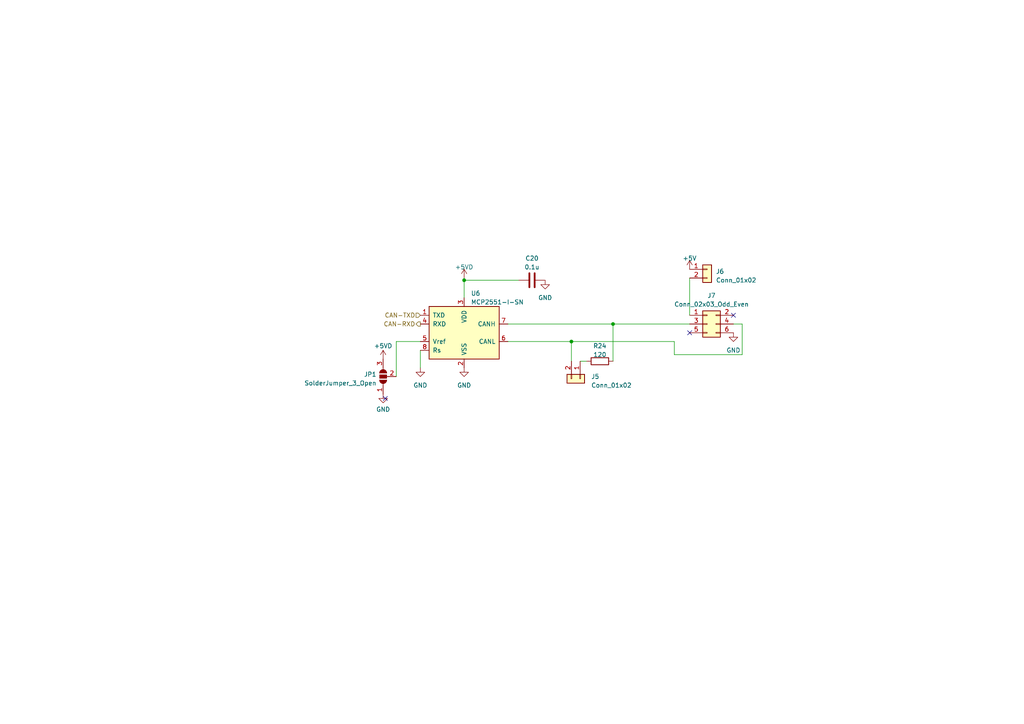
<source format=kicad_sch>
(kicad_sch (version 20231120) (generator "eeschema") (generator_version "8.0")
  (paper "A4")
  (lib_symbols
    (symbol "Connector_Generic:Conn_01x02" (pin_names (offset 1.016) hide)
      (property "Reference" "J" (at 0 2.54 0))
      (property "Value" "Conn_01x02" (at 0 -5.08 0))
      (symbol "Conn_01x02_1_1"
        (rectangle (start -1.27 -2.413) (end 0 -2.667) (stroke (width 0.1524)))
        (rectangle (start -1.27 0.127) (end 0 -0.127) (stroke (width 0.1524)))
        (rectangle (start -1.27 1.27) (end 1.27 -3.81) (stroke (width 0.254)) (fill (type background)))
        (pin passive line (at -5.08 0 0) (length 3.81) (name "Pin_1") (number "1"))
        (pin passive line (at -5.08 -2.54 0) (length 3.81) (name "Pin_2") (number "2"))
      )
    )
    (symbol "Connector_Generic:Conn_02x03_Odd_Even" (pin_names (offset 1.016) hide)
      (property "Reference" "J" (at 1.27 5.08 0))
      (property "Value" "Conn_02x03_Odd_Even" (at 1.27 -5.08 0))
      (symbol "Conn_02x03_Odd_Even_1_1"
        (rectangle (start -1.27 -2.413) (end 0 -2.667) (stroke (width 0.1524)))
        (rectangle (start -1.27 0.127) (end 0 -0.127) (stroke (width 0.1524)))
        (rectangle (start -1.27 2.667) (end 0 2.413) (stroke (width 0.1524)))
        (rectangle (start -1.27 3.81) (end 3.81 -3.81) (stroke (width 0.254)) (fill (type background)))
        (rectangle (start 3.81 -2.413) (end 2.54 -2.667) (stroke (width 0.1524)))
        (rectangle (start 3.81 0.127) (end 2.54 -0.127) (stroke (width 0.1524)))
        (rectangle (start 3.81 2.667) (end 2.54 2.413) (stroke (width 0.1524)))
        (pin passive line (at -5.08 2.54 0) (length 3.81) (name "Pin_1") (number "1"))
        (pin passive line (at 7.62 2.54 180) (length 3.81) (name "Pin_2") (number "2"))
        (pin passive line (at -5.08 0 0) (length 3.81) (name "Pin_3") (number "3"))
        (pin passive line (at 7.62 0 180) (length 3.81) (name "Pin_4") (number "4"))
        (pin passive line (at -5.08 -2.54 0) (length 3.81) (name "Pin_5") (number "5"))
        (pin passive line (at 7.62 -2.54 180) (length 3.81) (name "Pin_6") (number "6"))
      )
    )
    (symbol "Device:C" (pin_numbers hide) (pin_names (offset 0.254))
      (property "Reference" "C" (at 0.635 2.54 0))
      (property "Value" "C" (at 0.635 -2.54 0))
      (symbol "C_0_1"
        (polyline (pts (xy -2.032 -0.762) (xy 2.032 -0.762)) (stroke (width 0.508)))
        (polyline (pts (xy -2.032 0.762) (xy 2.032 0.762)) (stroke (width 0.508)))
      )
      (symbol "C_1_1"
        (pin passive line (at 0 3.81 270) (length 2.794) (name "~") (number "1"))
        (pin passive line (at 0 -3.81 90) (length 2.794) (name "~") (number "2"))
      )
    )
    (symbol "Device:R" (pin_numbers hide) (pin_names (offset 0))
      (property "Reference" "R" (at 2.032 0 90))
      (property "Value" "R" (at 0 0 90))
      (symbol "R_0_1"
        (rectangle (start -1.016 -2.54) (end 1.016 2.54) (stroke (width 0.254)))
      )
      (symbol "R_1_1"
        (pin passive line (at 0 3.81 270) (length 1.27) (name "~") (number "1"))
        (pin passive line (at 0 -3.81 90) (length 1.27) (name "~") (number "2"))
      )
    )
    (symbol "Interface_CAN_LIN:MCP2551-I-SN" (pin_names (offset 1.016))
      (property "Reference" "U" (at -10.16 8.89 0))
      (property "Value" "MCP2551-I-SN" (at 2.54 8.89 0))
      (symbol "MCP2551-I-SN_0_1"
        (rectangle (start -10.16 7.62) (end 10.16 -7.62) (stroke (width 0.254)) (fill (type background)))
      )
      (symbol "MCP2551-I-SN_1_1"
        (pin input line (at -12.7 5.08 0) (length 2.54) (name "TXD") (number "1"))
        (pin power_in line (at 0 -10.16 90) (length 2.54) (name "VSS") (number "2"))
        (pin power_in line (at 0 10.16 270) (length 2.54) (name "VDD") (number "3"))
        (pin output line (at -12.7 2.54 0) (length 2.54) (name "RXD") (number "4"))
        (pin power_out line (at -12.7 -2.54 0) (length 2.54) (name "Vref") (number "5"))
        (pin bidirectional line (at 12.7 -2.54 180) (length 2.54) (name "CANL") (number "6"))
        (pin bidirectional line (at 12.7 2.54 180) (length 2.54) (name "CANH") (number "7"))
        (pin input line (at -12.7 -5.08 0) (length 2.54) (name "Rs") (number "8"))
      )
    )
    (symbol "Jumper:SolderJumper_3_Open" (pin_names (offset 0) hide)
      (property "Reference" "JP" (at -2.54 -2.54 0))
      (property "Value" "SolderJumper_3_Open" (at 0 2.794 0))
      (symbol "SolderJumper_3_Open_0_1"
        (arc (start -1.016 1.016) (mid -2.0276 0) (end -1.016 -1.016))
        (arc (start -1.016 1.016) (mid -2.0276 0) (end -1.016 -1.016) (fill (type outline)))
        (rectangle (start -0.508 1.016) (end 0.508 -1.016) (fill (type outline)))
        (polyline (pts (xy -2.54 0) (xy -2.032 0)))
        (polyline (pts (xy -1.016 1.016) (xy -1.016 -1.016)))
        (polyline (pts (xy 0 -1.27) (xy 0 -1.016)))
        (polyline (pts (xy 1.016 1.016) (xy 1.016 -1.016)))
        (polyline (pts (xy 2.54 0) (xy 2.032 0)))
        (arc (start 1.016 -1.016) (mid 2.0276 0) (end 1.016 1.016))
        (arc (start 1.016 -1.016) (mid 2.0276 0) (end 1.016 1.016) (fill (type outline)))
      )
      (symbol "SolderJumper_3_Open_1_1"
        (pin passive line (at -5.08 0 0) (length 2.54) (name "A") (number "1"))
        (pin passive line (at 0 -3.81 90) (length 2.54) (name "C") (number "2"))
        (pin passive line (at 5.08 0 180) (length 2.54) (name "B") (number "3"))
      )
    )
    (symbol "power:+5V" (power) (pin_names (offset 0))
      (property "Value" "+5V" (at 0 3.556 0))
      (symbol "+5V_0_1"
        (polyline (pts (xy -0.762 1.27) (xy 0 2.54)))
        (polyline (pts (xy 0 0) (xy 0 2.54)))
        (polyline (pts (xy 0 2.54) (xy 0.762 1.27)))
      )
      (symbol "+5V_1_1"
        (pin power_in line (at 0 0 90) (length 0) hide (name "+5V") (number "1"))
      )
    )
    (symbol "power:+5VD" (power) (pin_names (offset 0))
      (property "Value" "+5VD" (at 0 3.556 0))
      (symbol "+5VD_0_1"
        (polyline (pts (xy -0.762 1.27) (xy 0 2.54)))
        (polyline (pts (xy 0 0) (xy 0 2.54)))
        (polyline (pts (xy 0 2.54) (xy 0.762 1.27)))
      )
      (symbol "+5VD_1_1"
        (pin power_in line (at 0 0 90) (length 0) hide (name "+5VD") (number "1"))
      )
    )
    (symbol "power:GND" (power) (pin_names (offset 0))
      (property "Value" "GND" (at 0 -3.81 0))
      (symbol "GND_0_1"
        (polyline (pts (xy 0 0) (xy 0 -1.27) (xy 1.27 -1.27) (xy 0 -2.54) (xy -1.27 -1.27) (xy 0 -1.27)))
      )
      (symbol "GND_1_1"
        (pin power_in line (at 0 0 270) (length 0) hide (name "GND") (number "1"))
      )
    )
  )
  (junction (at 165.735 99.06))
  (junction (at 134.62 81.28))
  (junction (at 177.8 93.98))
  (no_connect (at 111.76 115.57))
  (no_connect (at 200.025 96.52))
  (no_connect (at 212.725 91.44))
  (wire (pts (xy 215.265 93.98) (xy 212.725 93.98)))
  (wire (pts (xy 195.58 102.87) (xy 215.265 102.87)))
  (wire (pts (xy 147.32 99.06) (xy 165.735 99.06)))
  (wire (pts (xy 215.265 102.87) (xy 215.265 93.98)))
  (wire (pts (xy 114.935 99.06) (xy 114.935 109.22)))
  (wire (pts (xy 134.62 80.645) (xy 134.62 81.28)))
  (wire (pts (xy 134.62 81.28) (xy 150.495 81.28)))
  (wire (pts (xy 165.735 99.06) (xy 165.735 104.775)))
  (wire (pts (xy 200.025 80.645) (xy 200.025 91.44)))
  (wire (pts (xy 177.8 93.98) (xy 177.8 104.775)))
  (wire (pts (xy 147.32 93.98) (xy 177.8 93.98)))
  (wire (pts (xy 114.935 99.06) (xy 121.92 99.06)))
  (wire (pts (xy 168.275 104.775) (xy 170.18 104.775)))
  (wire (pts (xy 134.62 81.28) (xy 134.62 86.36)))
  (wire (pts (xy 177.8 93.98) (xy 200.025 93.98)))
  (wire (pts (xy 165.735 99.06) (xy 195.58 99.06)))
  (wire (pts (xy 121.92 101.6) (xy 121.92 106.68)))
  (wire (pts (xy 195.58 99.06) (xy 195.58 102.87)))
  (hierarchical_label "CAN-RXD" (shape output) (at 121.92 93.98 180))
  (hierarchical_label "CAN-TXD" (shape input) (at 121.92 91.44 180))
  (symbol (lib_id "Jumper:SolderJumper_3_Open") (at 111.125 109.22 90) (unit 1)
    (property "Reference" "JP1" (at 109.22 108.585 90) (effects (justify left)))
    (property "Value" "SolderJumper_3_Open" (at 109.22 111.125 90) (effects (justify left)))
    (property "Footprint" "Jumper:SolderJumper-3_P1.3mm_Open_Pad1.0x1.5mm" (effects (hide yes)))
    (instances (project "ぱわこ" (path "" (reference "JP1") (unit 1))) (project "ロボマス制御" (path "" (reference "JP1") (unit 1)) (path "" (reference "JP2") (unit 1))))
  )
  (symbol (lib_id "power:GND") (at 111.125 114.3 0) (unit 1)
    (property "Reference" "#PWR063" (effects (hide yes)))
    (property "Value" "GND" (at 111.125 118.745 0))
    (instances (project "ぱわこ" (path "" (reference "#PWR063") (unit 1))) (project "ロボマス制御" (path "" (reference "#PWR031") (unit 1)) (path "" (reference "#PWR039") (unit 1))))
  )
  (symbol (lib_id "power:GND") (at 158.115 81.28 0) (unit 1)
    (property "Reference" "#PWR067" (effects (hide yes)))
    (property "Value" "GND" (at 158.115 86.36 0))
  )
  (symbol (lib_id "power:GND") (at 134.62 106.68 0) (unit 1)
    (property "Reference" "#PWR066" (effects (hide yes)))
    (property "Value" "GND" (at 134.62 111.76 0))
  )
  (symbol (lib_id "power:GND") (at 212.725 96.52 0) (unit 1)
    (property "Reference" "#PWR069" (effects (hide yes)))
    (property "Value" "GND" (at 212.725 101.6 0))
  )
  (symbol (lib_id "power:+5VD") (at 111.125 104.14 0) (unit 1)
    (property "Reference" "#PWR062" (effects (hide yes)))
    (property "Value" "+5VD" (at 111.125 100.33 0))
  )
  (symbol (lib_id "Connector_Generic:Conn_01x02") (at 168.275 109.855 270) (unit 1)
    (property "Reference" "J5" (at 171.45 109.22 90) (effects (justify left)))
    (property "Value" "Conn_01x02" (at 171.45 111.76 90) (effects (justify left)))
    (property "Footprint" "Connector_PinHeader_2.54mm:PinHeader_1x02_P2.54mm_Vertical" (effects (hide yes)))
  )
  (symbol (lib_id "Interface_CAN_LIN:MCP2551-I-SN") (at 134.62 96.52 0) (unit 1)
    (property "Reference" "U6" (at 136.5759 85.09 0) (effects (justify left)))
    (property "Value" "MCP2551-I-SN" (at 136.5759 87.63 0) (effects (justify left)))
    (property "Footprint" "Package_SO:SOIC-8_3.9x4.9mm_P1.27mm" (effects (hide yes)))
    (property "Datasheet" "http://ww1.microchip.com/downloads/en/devicedoc/21667d.pdf" (effects (hide yes)))
  )
  (symbol (lib_id "Connector_Generic:Conn_02x03_Odd_Even") (at 205.105 93.98 0) (unit 1)
    (property "Reference" "J7" (at 206.375 85.725 0))
    (property "Value" "Conn_02x03_Odd_Even" (at 206.375 88.265 0))
    (property "Footprint" "Connector_IDC:IDC-Header_2x03_P2.54mm_Vertical" (effects (hide yes)))
  )
  (symbol (lib_id "power:+5VD") (at 134.62 80.645 0) (unit 1)
    (property "Reference" "#PWR065" (effects (hide yes)))
    (property "Value" "+5VD" (at 134.62 77.47 0))
  )
  (symbol (lib_id "Device:R") (at 173.99 104.775 90) (unit 1)
    (property "Reference" "R24" (at 173.99 100.33 90))
    (property "Value" "120" (at 173.99 102.87 90))
    (property "Footprint" "Resistor_SMD:R_0603_1608Metric_Pad0.98x0.95mm_HandSolder" (effects (hide yes)))
  )
  (symbol (lib_id "Connector_Generic:Conn_01x02") (at 205.105 78.105 0) (unit 1)
    (property "Reference" "J6" (at 207.645 78.74 0) (effects (justify left)))
    (property "Value" "Conn_01x02" (at 207.645 81.28 0) (effects (justify left)))
    (property "Footprint" "Connector_PinHeader_2.54mm:PinHeader_1x02_P2.54mm_Vertical" (effects (hide yes)))
  )
  (symbol (lib_id "Device:C") (at 154.305 81.28 90) (unit 1)
    (property "Reference" "C20" (at 154.305 74.93 90))
    (property "Value" "0.1u" (at 154.305 77.47 90))
    (property "Footprint" "Capacitor_SMD:C_0603_1608Metric_Pad1.08x0.95mm_HandSolder" (effects (hide yes)))
  )
  (symbol (lib_id "power:+5V") (at 200.025 78.105 0) (unit 1)
    (property "Reference" "#PWR068" (effects (hide yes)))
    (property "Value" "+5V" (at 200.025 74.93 0))
  )
  (symbol (lib_id "power:GND") (at 121.92 106.68 0) (unit 1)
    (property "Reference" "#PWR064" (effects (hide yes)))
    (property "Value" "GND" (at 121.92 111.76 0))
    (instances (project "ぱわこ" (path "" (reference "#PWR064") (unit 1))) (project "ロボマス制御" (path "" (reference "#PWR041") (unit 1)) (path "" (reference "#PWR033") (unit 1))))
  )
)
</source>
